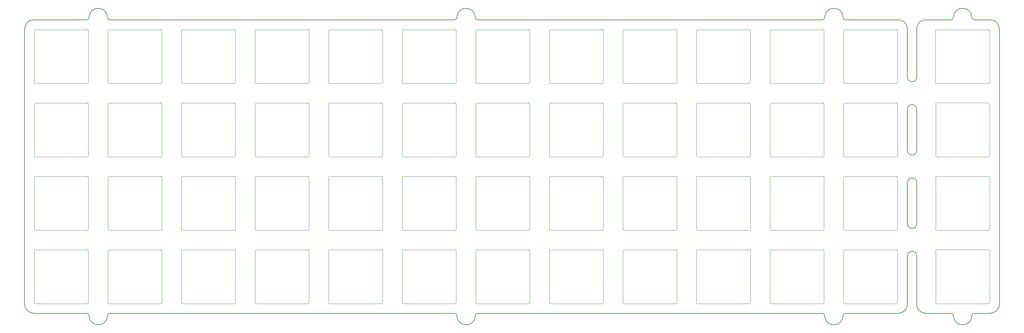
<source format=gbr>
G04 #@! TF.GenerationSoftware,KiCad,Pcbnew,(5.1.10-1-10_14)*
G04 #@! TF.CreationDate,2021-08-20T16:54:01-05:00*
G04 #@! TF.ProjectId,ori_top_plate,6f72695f-746f-4705-9f70-6c6174652e6b,rev?*
G04 #@! TF.SameCoordinates,Original*
G04 #@! TF.FileFunction,Profile,NP*
%FSLAX46Y46*%
G04 Gerber Fmt 4.6, Leading zero omitted, Abs format (unit mm)*
G04 Created by KiCad (PCBNEW (5.1.10-1-10_14)) date 2021-08-20 16:54:01*
%MOMM*%
%LPD*%
G01*
G04 APERTURE LIST*
G04 #@! TA.AperFunction,Profile*
%ADD10C,0.150000*%
G04 #@! TD*
G04 #@! TA.AperFunction,Profile*
%ADD11C,0.100000*%
G04 #@! TD*
G04 APERTURE END LIST*
D10*
X258392142Y-39873575D02*
G75*
G02*
X257796829Y-40468888I-595313J0D01*
G01*
X263749959Y-40468888D02*
G75*
G02*
X263154646Y-39873575I0J595313D01*
G01*
X353642222Y-39873575D02*
G75*
G02*
X353046909Y-40468888I-595313J0D01*
G01*
X359000039Y-40468888D02*
G75*
G02*
X358404726Y-39873575I0J595313D01*
G01*
X392337567Y-116668952D02*
X396505150Y-116669080D01*
X379836330Y-116669080D02*
X386384437Y-116668952D01*
X391742254Y-117264265D02*
G75*
G02*
X386979750Y-117264265I-2381252J0D01*
G01*
X391742254Y-117264265D02*
G75*
G02*
X392337567Y-116668952I595313J0D01*
G01*
X386384437Y-116668952D02*
G75*
G02*
X386979750Y-117264265I0J-595313D01*
G01*
X392337567Y-40468888D02*
X396505150Y-40468760D01*
X379836330Y-40468760D02*
X386384437Y-40468888D01*
X359000039Y-40468888D02*
X372692550Y-40468760D01*
X263749959Y-40468888D02*
X353046909Y-40468888D01*
X168499879Y-40468888D02*
X257796829Y-40468888D01*
X148854110Y-40468760D02*
X162546749Y-40468888D01*
X162546749Y-116668952D02*
X148854110Y-116669080D01*
X257796829Y-116668952D02*
X168499879Y-116668952D01*
X353046909Y-116668952D02*
X263749959Y-116668952D01*
X359000039Y-116668952D02*
X372692550Y-116669080D01*
X358404726Y-117264265D02*
G75*
G02*
X353642222Y-117264265I-2381252J0D01*
G01*
X358404726Y-117264265D02*
G75*
G02*
X359000039Y-116668952I595313J0D01*
G01*
X353046909Y-116668952D02*
G75*
G02*
X353642222Y-117264265I0J-595313D01*
G01*
X263154646Y-117264265D02*
G75*
G02*
X258392142Y-117264265I-2381252J0D01*
G01*
X263154646Y-117264265D02*
G75*
G02*
X263749959Y-116668952I595313J0D01*
G01*
X257796829Y-116668952D02*
G75*
G02*
X258392142Y-117264265I0J-595313D01*
G01*
X167904566Y-117264265D02*
G75*
G02*
X163142062Y-117264265I-2381252J0D01*
G01*
X167904566Y-117264265D02*
G75*
G02*
X168499879Y-116668952I595313J0D01*
G01*
X162546749Y-116668952D02*
G75*
G02*
X163142062Y-117264265I0J-595313D01*
G01*
X163142062Y-39873575D02*
G75*
G02*
X167904566Y-39873575I2381252J0D01*
G01*
X163142062Y-39873575D02*
G75*
G02*
X162546749Y-40468888I-595313J0D01*
G01*
X168499879Y-40468888D02*
G75*
G02*
X167904566Y-39873575I0J595313D01*
G01*
X258392142Y-39873575D02*
G75*
G02*
X263154646Y-39873575I2381252J0D01*
G01*
X353642222Y-39873575D02*
G75*
G02*
X358404726Y-39873575I2381252J0D01*
G01*
X386979750Y-39873575D02*
G75*
G02*
X386384437Y-40468888I-595313J0D01*
G01*
X392337567Y-40468888D02*
G75*
G02*
X391742254Y-39873575I0J595313D01*
G01*
X386979750Y-39873575D02*
G75*
G02*
X391742254Y-39873575I2381252J0D01*
G01*
X146472850Y-42850020D02*
X146472850Y-114287820D01*
X377455070Y-101786127D02*
X377455070Y-114287820D01*
X375073810Y-101786237D02*
X375073810Y-114287820D01*
X375073810Y-82736125D02*
X375073490Y-93451745D01*
X377455070Y-82736125D02*
X377455070Y-93451827D01*
X377455070Y-74401715D02*
X377454746Y-63686095D01*
X375073486Y-63686095D02*
X375073810Y-74401715D01*
X377455070Y-42850020D02*
X377455070Y-55351603D01*
X398886410Y-114287820D02*
X398886410Y-42850020D01*
X375073810Y-42850020D02*
X375073810Y-55351603D01*
X377455070Y-42850020D02*
G75*
G02*
X379836330Y-40468760I2381260J0D01*
G01*
X379836330Y-116669080D02*
G75*
G02*
X377455070Y-114287820I0J2381260D01*
G01*
X375073810Y-101786237D02*
G75*
G02*
X377455070Y-101786237I1190630J0D01*
G01*
X377455070Y-93451827D02*
G75*
G02*
X375073810Y-93451827I-1190630J0D01*
G01*
X375073810Y-82736125D02*
G75*
G02*
X377455070Y-82736125I1190630J0D01*
G01*
X377455070Y-74401715D02*
G75*
G02*
X375073810Y-74401715I-1190630J0D01*
G01*
X375073486Y-63686095D02*
G75*
G02*
X377454746Y-63686095I1190630J0D01*
G01*
X377455070Y-55351603D02*
G75*
G02*
X375073810Y-55351603I-1190630J0D01*
G01*
X396505150Y-40468760D02*
G75*
G02*
X398886410Y-42850020I0J-2381260D01*
G01*
X398886410Y-114287820D02*
G75*
G02*
X396505150Y-116669080I-2381260J0D01*
G01*
X372692550Y-40468760D02*
G75*
G02*
X375073810Y-42850020I0J-2381260D01*
G01*
X375073810Y-114287820D02*
G75*
G02*
X372692550Y-116669080I-2381260J0D01*
G01*
X148854110Y-116669080D02*
G75*
G02*
X146472850Y-114287820I0J2381260D01*
G01*
X146472850Y-42850020D02*
G75*
G02*
X148854110Y-40468760I2381260J0D01*
G01*
D11*
X396060818Y-114143896D02*
X382660818Y-114143896D01*
X396060818Y-100143896D02*
X382660818Y-100143896D01*
X382360818Y-113843896D02*
X382360818Y-100443896D01*
X396360818Y-113843896D02*
X396360818Y-100443896D01*
X382660818Y-114143896D02*
G75*
G02*
X382360818Y-113843896I0J300000D01*
G01*
X382360818Y-100443896D02*
G75*
G02*
X382660818Y-100143896I300000J0D01*
G01*
X396060818Y-100143896D02*
G75*
G02*
X396360818Y-100443896I0J-300000D01*
G01*
X396360818Y-113843896D02*
G75*
G02*
X396060818Y-114143896I-300000J0D01*
G01*
X396061002Y-95106620D02*
X382661002Y-95106620D01*
X396061002Y-81106620D02*
X382661002Y-81106620D01*
X382361002Y-94806620D02*
X382361002Y-81406620D01*
X396361002Y-94806620D02*
X396361002Y-81406620D01*
X382661002Y-95106620D02*
G75*
G02*
X382361002Y-94806620I0J300000D01*
G01*
X382361002Y-81406620D02*
G75*
G02*
X382661002Y-81106620I300000J0D01*
G01*
X396061002Y-81106620D02*
G75*
G02*
X396361002Y-81406620I0J-300000D01*
G01*
X396361002Y-94806620D02*
G75*
G02*
X396061002Y-95106620I-300000J0D01*
G01*
X396061370Y-76043880D02*
X382661370Y-76043880D01*
X396061370Y-62043880D02*
X382661370Y-62043880D01*
X382361370Y-75743880D02*
X382361370Y-62343880D01*
X396361370Y-75743880D02*
X396361370Y-62343880D01*
X382661370Y-76043880D02*
G75*
G02*
X382361370Y-75743880I0J300000D01*
G01*
X382361370Y-62343880D02*
G75*
G02*
X382661370Y-62043880I300000J0D01*
G01*
X396061370Y-62043880D02*
G75*
G02*
X396361370Y-62343880I0J-300000D01*
G01*
X396361370Y-75743880D02*
G75*
G02*
X396061370Y-76043880I-300000J0D01*
G01*
X396036010Y-57006460D02*
X382636010Y-57006460D01*
X396036010Y-43006460D02*
X382636010Y-43006460D01*
X382336010Y-56706460D02*
X382336010Y-43306460D01*
X396336010Y-56706460D02*
X396336010Y-43306460D01*
X382636010Y-57006460D02*
G75*
G02*
X382336010Y-56706460I0J300000D01*
G01*
X382336010Y-43306460D02*
G75*
G02*
X382636010Y-43006460I300000J0D01*
G01*
X396036010Y-43006460D02*
G75*
G02*
X396336010Y-43306460I0J-300000D01*
G01*
X396336010Y-56706460D02*
G75*
G02*
X396036010Y-57006460I-300000J0D01*
G01*
X372223410Y-114156700D02*
X358823410Y-114156700D01*
X372223410Y-100156700D02*
X358823410Y-100156700D01*
X358523410Y-113856700D02*
X358523410Y-100456700D01*
X372523410Y-113856700D02*
X372523410Y-100456700D01*
X358823410Y-114156700D02*
G75*
G02*
X358523410Y-113856700I0J300000D01*
G01*
X358523410Y-100456700D02*
G75*
G02*
X358823410Y-100156700I300000J0D01*
G01*
X372223410Y-100156700D02*
G75*
G02*
X372523410Y-100456700I0J-300000D01*
G01*
X372523410Y-113856700D02*
G75*
G02*
X372223410Y-114156700I-300000J0D01*
G01*
X353173330Y-114160000D02*
X339773330Y-114160000D01*
X353173330Y-100160000D02*
X339773330Y-100160000D01*
X339473330Y-113860000D02*
X339473330Y-100460000D01*
X353473330Y-113860000D02*
X353473330Y-100460000D01*
X339773330Y-114160000D02*
G75*
G02*
X339473330Y-113860000I0J300000D01*
G01*
X339473330Y-100460000D02*
G75*
G02*
X339773330Y-100160000I300000J0D01*
G01*
X353173330Y-100160000D02*
G75*
G02*
X353473330Y-100460000I0J-300000D01*
G01*
X353473330Y-113860000D02*
G75*
G02*
X353173330Y-114160000I-300000J0D01*
G01*
X334123250Y-114156700D02*
X320723250Y-114156700D01*
X334123250Y-100156700D02*
X320723250Y-100156700D01*
X320423250Y-113856700D02*
X320423250Y-100456700D01*
X334423250Y-113856700D02*
X334423250Y-100456700D01*
X320723250Y-114156700D02*
G75*
G02*
X320423250Y-113856700I0J300000D01*
G01*
X320423250Y-100456700D02*
G75*
G02*
X320723250Y-100156700I300000J0D01*
G01*
X334123250Y-100156700D02*
G75*
G02*
X334423250Y-100456700I0J-300000D01*
G01*
X334423250Y-113856700D02*
G75*
G02*
X334123250Y-114156700I-300000J0D01*
G01*
X315073170Y-114156700D02*
X301673170Y-114156700D01*
X315073170Y-100156700D02*
X301673170Y-100156700D01*
X301373170Y-113856700D02*
X301373170Y-100456700D01*
X315373170Y-113856700D02*
X315373170Y-100456700D01*
X301673170Y-114156700D02*
G75*
G02*
X301373170Y-113856700I0J300000D01*
G01*
X301373170Y-100456700D02*
G75*
G02*
X301673170Y-100156700I300000J0D01*
G01*
X315073170Y-100156700D02*
G75*
G02*
X315373170Y-100456700I0J-300000D01*
G01*
X315373170Y-113856700D02*
G75*
G02*
X315073170Y-114156700I-300000J0D01*
G01*
X296023090Y-114156700D02*
X282623090Y-114156700D01*
X296023090Y-100156700D02*
X282623090Y-100156700D01*
X282323090Y-113856700D02*
X282323090Y-100456700D01*
X296323090Y-113856700D02*
X296323090Y-100456700D01*
X282623090Y-114156700D02*
G75*
G02*
X282323090Y-113856700I0J300000D01*
G01*
X282323090Y-100456700D02*
G75*
G02*
X282623090Y-100156700I300000J0D01*
G01*
X296023090Y-100156700D02*
G75*
G02*
X296323090Y-100456700I0J-300000D01*
G01*
X296323090Y-113856700D02*
G75*
G02*
X296023090Y-114156700I-300000J0D01*
G01*
X276973010Y-114156700D02*
X263573010Y-114156700D01*
X276973010Y-100156700D02*
X263573010Y-100156700D01*
X263273010Y-113856700D02*
X263273010Y-100456700D01*
X277273010Y-113856700D02*
X277273010Y-100456700D01*
X263573010Y-114156700D02*
G75*
G02*
X263273010Y-113856700I0J300000D01*
G01*
X263273010Y-100456700D02*
G75*
G02*
X263573010Y-100156700I300000J0D01*
G01*
X276973010Y-100156700D02*
G75*
G02*
X277273010Y-100456700I0J-300000D01*
G01*
X277273010Y-113856700D02*
G75*
G02*
X276973010Y-114156700I-300000J0D01*
G01*
X257922930Y-114156700D02*
X244522930Y-114156700D01*
X257922930Y-100156700D02*
X244522930Y-100156700D01*
X244222930Y-113856700D02*
X244222930Y-100456700D01*
X258222930Y-113856700D02*
X258222930Y-100456700D01*
X244522930Y-114156700D02*
G75*
G02*
X244222930Y-113856700I0J300000D01*
G01*
X244222930Y-100456700D02*
G75*
G02*
X244522930Y-100156700I300000J0D01*
G01*
X257922930Y-100156700D02*
G75*
G02*
X258222930Y-100456700I0J-300000D01*
G01*
X258222930Y-113856700D02*
G75*
G02*
X257922930Y-114156700I-300000J0D01*
G01*
X238872850Y-114156700D02*
X225472850Y-114156700D01*
X238872850Y-100156700D02*
X225472850Y-100156700D01*
X225172850Y-113856700D02*
X225172850Y-100456700D01*
X239172850Y-113856700D02*
X239172850Y-100456700D01*
X225472850Y-114156700D02*
G75*
G02*
X225172850Y-113856700I0J300000D01*
G01*
X225172850Y-100456700D02*
G75*
G02*
X225472850Y-100156700I300000J0D01*
G01*
X238872850Y-100156700D02*
G75*
G02*
X239172850Y-100456700I0J-300000D01*
G01*
X239172850Y-113856700D02*
G75*
G02*
X238872850Y-114156700I-300000J0D01*
G01*
X219822770Y-114156700D02*
X206422770Y-114156700D01*
X219822770Y-100156700D02*
X206422770Y-100156700D01*
X206122770Y-113856700D02*
X206122770Y-100456700D01*
X220122770Y-113856700D02*
X220122770Y-100456700D01*
X206422770Y-114156700D02*
G75*
G02*
X206122770Y-113856700I0J300000D01*
G01*
X206122770Y-100456700D02*
G75*
G02*
X206422770Y-100156700I300000J0D01*
G01*
X219822770Y-100156700D02*
G75*
G02*
X220122770Y-100456700I0J-300000D01*
G01*
X220122770Y-113856700D02*
G75*
G02*
X219822770Y-114156700I-300000J0D01*
G01*
X200772690Y-114156700D02*
X187372690Y-114156700D01*
X200772690Y-100156700D02*
X187372690Y-100156700D01*
X187072690Y-113856700D02*
X187072690Y-100456700D01*
X201072690Y-113856700D02*
X201072690Y-100456700D01*
X187372690Y-114156700D02*
G75*
G02*
X187072690Y-113856700I0J300000D01*
G01*
X187072690Y-100456700D02*
G75*
G02*
X187372690Y-100156700I300000J0D01*
G01*
X200772690Y-100156700D02*
G75*
G02*
X201072690Y-100456700I0J-300000D01*
G01*
X201072690Y-113856700D02*
G75*
G02*
X200772690Y-114156700I-300000J0D01*
G01*
X181722610Y-114156700D02*
X168322610Y-114156700D01*
X181722610Y-100156700D02*
X168322610Y-100156700D01*
X168022610Y-113856700D02*
X168022610Y-100456700D01*
X182022610Y-113856700D02*
X182022610Y-100456700D01*
X168322610Y-114156700D02*
G75*
G02*
X168022610Y-113856700I0J300000D01*
G01*
X168022610Y-100456700D02*
G75*
G02*
X168322610Y-100156700I300000J0D01*
G01*
X181722610Y-100156700D02*
G75*
G02*
X182022610Y-100456700I0J-300000D01*
G01*
X182022610Y-113856700D02*
G75*
G02*
X181722610Y-114156700I-300000J0D01*
G01*
X162672530Y-114156700D02*
X149272530Y-114156700D01*
X162672530Y-100156700D02*
X149272530Y-100156700D01*
X148972530Y-113856700D02*
X148972530Y-100456700D01*
X162972530Y-113856700D02*
X162972530Y-100456700D01*
X149272530Y-114156700D02*
G75*
G02*
X148972530Y-113856700I0J300000D01*
G01*
X148972530Y-100456700D02*
G75*
G02*
X149272530Y-100156700I300000J0D01*
G01*
X162672530Y-100156700D02*
G75*
G02*
X162972530Y-100456700I0J-300000D01*
G01*
X162972530Y-113856700D02*
G75*
G02*
X162672530Y-114156700I-300000J0D01*
G01*
X372223410Y-95106620D02*
X358823410Y-95106620D01*
X372223410Y-81106620D02*
X358823410Y-81106620D01*
X358523410Y-94806620D02*
X358523410Y-81406620D01*
X372523410Y-94806620D02*
X372523410Y-81406620D01*
X358823410Y-95106620D02*
G75*
G02*
X358523410Y-94806620I0J300000D01*
G01*
X358523410Y-81406620D02*
G75*
G02*
X358823410Y-81106620I300000J0D01*
G01*
X372223410Y-81106620D02*
G75*
G02*
X372523410Y-81406620I0J-300000D01*
G01*
X372523410Y-94806620D02*
G75*
G02*
X372223410Y-95106620I-300000J0D01*
G01*
X353173330Y-95106620D02*
X339773330Y-95106620D01*
X353173330Y-81106620D02*
X339773330Y-81106620D01*
X339473330Y-94806620D02*
X339473330Y-81406620D01*
X353473330Y-94806620D02*
X353473330Y-81406620D01*
X339773330Y-95106620D02*
G75*
G02*
X339473330Y-94806620I0J300000D01*
G01*
X339473330Y-81406620D02*
G75*
G02*
X339773330Y-81106620I300000J0D01*
G01*
X353173330Y-81106620D02*
G75*
G02*
X353473330Y-81406620I0J-300000D01*
G01*
X353473330Y-94806620D02*
G75*
G02*
X353173330Y-95106620I-300000J0D01*
G01*
X334123250Y-95106620D02*
X320723250Y-95106620D01*
X334123250Y-81106620D02*
X320723250Y-81106620D01*
X320423250Y-94806620D02*
X320423250Y-81406620D01*
X334423250Y-94806620D02*
X334423250Y-81406620D01*
X320723250Y-95106620D02*
G75*
G02*
X320423250Y-94806620I0J300000D01*
G01*
X320423250Y-81406620D02*
G75*
G02*
X320723250Y-81106620I300000J0D01*
G01*
X334123250Y-81106620D02*
G75*
G02*
X334423250Y-81406620I0J-300000D01*
G01*
X334423250Y-94806620D02*
G75*
G02*
X334123250Y-95106620I-300000J0D01*
G01*
X315073170Y-95106620D02*
X301673170Y-95106620D01*
X315073170Y-81106620D02*
X301673170Y-81106620D01*
X301373170Y-94806620D02*
X301373170Y-81406620D01*
X315373170Y-94806620D02*
X315373170Y-81406620D01*
X301673170Y-95106620D02*
G75*
G02*
X301373170Y-94806620I0J300000D01*
G01*
X301373170Y-81406620D02*
G75*
G02*
X301673170Y-81106620I300000J0D01*
G01*
X315073170Y-81106620D02*
G75*
G02*
X315373170Y-81406620I0J-300000D01*
G01*
X315373170Y-94806620D02*
G75*
G02*
X315073170Y-95106620I-300000J0D01*
G01*
X296023090Y-95106620D02*
X282623090Y-95106620D01*
X296023090Y-81106620D02*
X282623090Y-81106620D01*
X282323090Y-94806620D02*
X282323090Y-81406620D01*
X296323090Y-94806620D02*
X296323090Y-81406620D01*
X282623090Y-95106620D02*
G75*
G02*
X282323090Y-94806620I0J300000D01*
G01*
X282323090Y-81406620D02*
G75*
G02*
X282623090Y-81106620I300000J0D01*
G01*
X296023090Y-81106620D02*
G75*
G02*
X296323090Y-81406620I0J-300000D01*
G01*
X296323090Y-94806620D02*
G75*
G02*
X296023090Y-95106620I-300000J0D01*
G01*
X276973010Y-95106620D02*
X263573010Y-95106620D01*
X276973010Y-81106620D02*
X263573010Y-81106620D01*
X263273010Y-94806620D02*
X263273010Y-81406620D01*
X277273010Y-94806620D02*
X277273010Y-81406620D01*
X263573010Y-95106620D02*
G75*
G02*
X263273010Y-94806620I0J300000D01*
G01*
X263273010Y-81406620D02*
G75*
G02*
X263573010Y-81106620I300000J0D01*
G01*
X276973010Y-81106620D02*
G75*
G02*
X277273010Y-81406620I0J-300000D01*
G01*
X277273010Y-94806620D02*
G75*
G02*
X276973010Y-95106620I-300000J0D01*
G01*
X257922930Y-95106620D02*
X244522930Y-95106620D01*
X257922930Y-81106620D02*
X244522930Y-81106620D01*
X244222930Y-94806620D02*
X244222930Y-81406620D01*
X258222930Y-94806620D02*
X258222930Y-81406620D01*
X244522930Y-95106620D02*
G75*
G02*
X244222930Y-94806620I0J300000D01*
G01*
X244222930Y-81406620D02*
G75*
G02*
X244522930Y-81106620I300000J0D01*
G01*
X257922930Y-81106620D02*
G75*
G02*
X258222930Y-81406620I0J-300000D01*
G01*
X258222930Y-94806620D02*
G75*
G02*
X257922930Y-95106620I-300000J0D01*
G01*
X238872850Y-95106620D02*
X225472850Y-95106620D01*
X238872850Y-81106620D02*
X225472850Y-81106620D01*
X225172850Y-94806620D02*
X225172850Y-81406620D01*
X239172850Y-94806620D02*
X239172850Y-81406620D01*
X225472850Y-95106620D02*
G75*
G02*
X225172850Y-94806620I0J300000D01*
G01*
X225172850Y-81406620D02*
G75*
G02*
X225472850Y-81106620I300000J0D01*
G01*
X238872850Y-81106620D02*
G75*
G02*
X239172850Y-81406620I0J-300000D01*
G01*
X239172850Y-94806620D02*
G75*
G02*
X238872850Y-95106620I-300000J0D01*
G01*
X219822770Y-95106620D02*
X206422770Y-95106620D01*
X219822770Y-81106620D02*
X206422770Y-81106620D01*
X206122770Y-94806620D02*
X206122770Y-81406620D01*
X220122770Y-94806620D02*
X220122770Y-81406620D01*
X206422770Y-95106620D02*
G75*
G02*
X206122770Y-94806620I0J300000D01*
G01*
X206122770Y-81406620D02*
G75*
G02*
X206422770Y-81106620I300000J0D01*
G01*
X219822770Y-81106620D02*
G75*
G02*
X220122770Y-81406620I0J-300000D01*
G01*
X220122770Y-94806620D02*
G75*
G02*
X219822770Y-95106620I-300000J0D01*
G01*
X200772690Y-95106620D02*
X187372690Y-95106620D01*
X200772690Y-81106620D02*
X187372690Y-81106620D01*
X187072690Y-94806620D02*
X187072690Y-81406620D01*
X201072690Y-94806620D02*
X201072690Y-81406620D01*
X187372690Y-95106620D02*
G75*
G02*
X187072690Y-94806620I0J300000D01*
G01*
X187072690Y-81406620D02*
G75*
G02*
X187372690Y-81106620I300000J0D01*
G01*
X200772690Y-81106620D02*
G75*
G02*
X201072690Y-81406620I0J-300000D01*
G01*
X201072690Y-94806620D02*
G75*
G02*
X200772690Y-95106620I-300000J0D01*
G01*
X181722610Y-95106620D02*
X168322610Y-95106620D01*
X181722610Y-81106620D02*
X168322610Y-81106620D01*
X168022610Y-94806620D02*
X168022610Y-81406620D01*
X182022610Y-94806620D02*
X182022610Y-81406620D01*
X168322610Y-95106620D02*
G75*
G02*
X168022610Y-94806620I0J300000D01*
G01*
X168022610Y-81406620D02*
G75*
G02*
X168322610Y-81106620I300000J0D01*
G01*
X181722610Y-81106620D02*
G75*
G02*
X182022610Y-81406620I0J-300000D01*
G01*
X182022610Y-94806620D02*
G75*
G02*
X181722610Y-95106620I-300000J0D01*
G01*
X162672530Y-95106620D02*
X149272530Y-95106620D01*
X162672530Y-81106620D02*
X149272530Y-81106620D01*
X148972530Y-94806620D02*
X148972530Y-81406620D01*
X162972530Y-94806620D02*
X162972530Y-81406620D01*
X149272530Y-95106620D02*
G75*
G02*
X148972530Y-94806620I0J300000D01*
G01*
X148972530Y-81406620D02*
G75*
G02*
X149272530Y-81106620I300000J0D01*
G01*
X162672530Y-81106620D02*
G75*
G02*
X162972530Y-81406620I0J-300000D01*
G01*
X162972530Y-94806620D02*
G75*
G02*
X162672530Y-95106620I-300000J0D01*
G01*
X372223410Y-76056540D02*
X358823410Y-76056540D01*
X372223410Y-62056540D02*
X358823410Y-62056540D01*
X358523410Y-75756540D02*
X358523410Y-62356540D01*
X372523410Y-75756540D02*
X372523410Y-62356540D01*
X358823410Y-76056540D02*
G75*
G02*
X358523410Y-75756540I0J300000D01*
G01*
X358523410Y-62356540D02*
G75*
G02*
X358823410Y-62056540I300000J0D01*
G01*
X372223410Y-62056540D02*
G75*
G02*
X372523410Y-62356540I0J-300000D01*
G01*
X372523410Y-75756540D02*
G75*
G02*
X372223410Y-76056540I-300000J0D01*
G01*
X353173330Y-76056540D02*
X339773330Y-76056540D01*
X353173330Y-62056540D02*
X339773330Y-62056540D01*
X339473330Y-75756540D02*
X339473330Y-62356540D01*
X353473330Y-75756540D02*
X353473330Y-62356540D01*
X339773330Y-76056540D02*
G75*
G02*
X339473330Y-75756540I0J300000D01*
G01*
X339473330Y-62356540D02*
G75*
G02*
X339773330Y-62056540I300000J0D01*
G01*
X353173330Y-62056540D02*
G75*
G02*
X353473330Y-62356540I0J-300000D01*
G01*
X353473330Y-75756540D02*
G75*
G02*
X353173330Y-76056540I-300000J0D01*
G01*
X334123250Y-76056540D02*
X320723250Y-76056540D01*
X334123250Y-62056540D02*
X320723250Y-62056540D01*
X320423250Y-75756540D02*
X320423250Y-62356540D01*
X334423250Y-75756540D02*
X334423250Y-62356540D01*
X320723250Y-76056540D02*
G75*
G02*
X320423250Y-75756540I0J300000D01*
G01*
X320423250Y-62356540D02*
G75*
G02*
X320723250Y-62056540I300000J0D01*
G01*
X334123250Y-62056540D02*
G75*
G02*
X334423250Y-62356540I0J-300000D01*
G01*
X334423250Y-75756540D02*
G75*
G02*
X334123250Y-76056540I-300000J0D01*
G01*
X315073170Y-76056540D02*
X301673170Y-76056540D01*
X315073170Y-62056540D02*
X301673170Y-62056540D01*
X301373170Y-75756540D02*
X301373170Y-62356540D01*
X315373170Y-75756540D02*
X315373170Y-62356540D01*
X301673170Y-76056540D02*
G75*
G02*
X301373170Y-75756540I0J300000D01*
G01*
X301373170Y-62356540D02*
G75*
G02*
X301673170Y-62056540I300000J0D01*
G01*
X315073170Y-62056540D02*
G75*
G02*
X315373170Y-62356540I0J-300000D01*
G01*
X315373170Y-75756540D02*
G75*
G02*
X315073170Y-76056540I-300000J0D01*
G01*
X296023090Y-76056540D02*
X282623090Y-76056540D01*
X296023090Y-62056540D02*
X282623090Y-62056540D01*
X282323090Y-75756540D02*
X282323090Y-62356540D01*
X296323090Y-75756540D02*
X296323090Y-62356540D01*
X282623090Y-76056540D02*
G75*
G02*
X282323090Y-75756540I0J300000D01*
G01*
X282323090Y-62356540D02*
G75*
G02*
X282623090Y-62056540I300000J0D01*
G01*
X296023090Y-62056540D02*
G75*
G02*
X296323090Y-62356540I0J-300000D01*
G01*
X296323090Y-75756540D02*
G75*
G02*
X296023090Y-76056540I-300000J0D01*
G01*
X276973010Y-76056540D02*
X263573010Y-76056540D01*
X276973010Y-62056540D02*
X263573010Y-62056540D01*
X263273010Y-75756540D02*
X263273010Y-62356540D01*
X277273010Y-75756540D02*
X277273010Y-62356540D01*
X263573010Y-76056540D02*
G75*
G02*
X263273010Y-75756540I0J300000D01*
G01*
X263273010Y-62356540D02*
G75*
G02*
X263573010Y-62056540I300000J0D01*
G01*
X276973010Y-62056540D02*
G75*
G02*
X277273010Y-62356540I0J-300000D01*
G01*
X277273010Y-75756540D02*
G75*
G02*
X276973010Y-76056540I-300000J0D01*
G01*
X257922930Y-76056540D02*
X244522930Y-76056540D01*
X257922930Y-62056540D02*
X244522930Y-62056540D01*
X244222930Y-75756540D02*
X244222930Y-62356540D01*
X258222930Y-75756540D02*
X258222930Y-62356540D01*
X244522930Y-76056540D02*
G75*
G02*
X244222930Y-75756540I0J300000D01*
G01*
X244222930Y-62356540D02*
G75*
G02*
X244522930Y-62056540I300000J0D01*
G01*
X257922930Y-62056540D02*
G75*
G02*
X258222930Y-62356540I0J-300000D01*
G01*
X258222930Y-75756540D02*
G75*
G02*
X257922930Y-76056540I-300000J0D01*
G01*
X238872850Y-76056540D02*
X225472850Y-76056540D01*
X238872850Y-62056540D02*
X225472850Y-62056540D01*
X225172850Y-75756540D02*
X225172850Y-62356540D01*
X239172850Y-75756540D02*
X239172850Y-62356540D01*
X225472850Y-76056540D02*
G75*
G02*
X225172850Y-75756540I0J300000D01*
G01*
X225172850Y-62356540D02*
G75*
G02*
X225472850Y-62056540I300000J0D01*
G01*
X238872850Y-62056540D02*
G75*
G02*
X239172850Y-62356540I0J-300000D01*
G01*
X239172850Y-75756540D02*
G75*
G02*
X238872850Y-76056540I-300000J0D01*
G01*
X219822770Y-76056540D02*
X206422770Y-76056540D01*
X219822770Y-62056540D02*
X206422770Y-62056540D01*
X206122770Y-75756540D02*
X206122770Y-62356540D01*
X220122770Y-75756540D02*
X220122770Y-62356540D01*
X206422770Y-76056540D02*
G75*
G02*
X206122770Y-75756540I0J300000D01*
G01*
X206122770Y-62356540D02*
G75*
G02*
X206422770Y-62056540I300000J0D01*
G01*
X219822770Y-62056540D02*
G75*
G02*
X220122770Y-62356540I0J-300000D01*
G01*
X220122770Y-75756540D02*
G75*
G02*
X219822770Y-76056540I-300000J0D01*
G01*
X200772690Y-76056540D02*
X187372690Y-76056540D01*
X200772690Y-62056540D02*
X187372690Y-62056540D01*
X187072690Y-75756540D02*
X187072690Y-62356540D01*
X201072690Y-75756540D02*
X201072690Y-62356540D01*
X187372690Y-76056540D02*
G75*
G02*
X187072690Y-75756540I0J300000D01*
G01*
X187072690Y-62356540D02*
G75*
G02*
X187372690Y-62056540I300000J0D01*
G01*
X200772690Y-62056540D02*
G75*
G02*
X201072690Y-62356540I0J-300000D01*
G01*
X201072690Y-75756540D02*
G75*
G02*
X200772690Y-76056540I-300000J0D01*
G01*
X181722610Y-76056540D02*
X168322610Y-76056540D01*
X181722610Y-62056540D02*
X168322610Y-62056540D01*
X168022610Y-75756540D02*
X168022610Y-62356540D01*
X182022610Y-75756540D02*
X182022610Y-62356540D01*
X168322610Y-76056540D02*
G75*
G02*
X168022610Y-75756540I0J300000D01*
G01*
X168022610Y-62356540D02*
G75*
G02*
X168322610Y-62056540I300000J0D01*
G01*
X181722610Y-62056540D02*
G75*
G02*
X182022610Y-62356540I0J-300000D01*
G01*
X182022610Y-75756540D02*
G75*
G02*
X181722610Y-76056540I-300000J0D01*
G01*
X162672530Y-76056540D02*
X149272530Y-76056540D01*
X162672530Y-62056540D02*
X149272530Y-62056540D01*
X148972530Y-75756540D02*
X148972530Y-62356540D01*
X162972530Y-75756540D02*
X162972530Y-62356540D01*
X149272530Y-76056540D02*
G75*
G02*
X148972530Y-75756540I0J300000D01*
G01*
X148972530Y-62356540D02*
G75*
G02*
X149272530Y-62056540I300000J0D01*
G01*
X162672530Y-62056540D02*
G75*
G02*
X162972530Y-62356540I0J-300000D01*
G01*
X162972530Y-75756540D02*
G75*
G02*
X162672530Y-76056540I-300000J0D01*
G01*
X372223410Y-57006460D02*
X358823410Y-57006460D01*
X372223410Y-43006460D02*
X358823410Y-43006460D01*
X358523410Y-56706460D02*
X358523410Y-43306460D01*
X372523410Y-56706460D02*
X372523410Y-43306460D01*
X358823410Y-57006460D02*
G75*
G02*
X358523410Y-56706460I0J300000D01*
G01*
X358523410Y-43306460D02*
G75*
G02*
X358823410Y-43006460I300000J0D01*
G01*
X372223410Y-43006460D02*
G75*
G02*
X372523410Y-43306460I0J-300000D01*
G01*
X372523410Y-56706460D02*
G75*
G02*
X372223410Y-57006460I-300000J0D01*
G01*
X353173330Y-57006460D02*
X339773330Y-57006460D01*
X353173330Y-43006460D02*
X339773330Y-43006460D01*
X339473330Y-56706460D02*
X339473330Y-43306460D01*
X353473330Y-56706460D02*
X353473330Y-43306460D01*
X339773330Y-57006460D02*
G75*
G02*
X339473330Y-56706460I0J300000D01*
G01*
X339473330Y-43306460D02*
G75*
G02*
X339773330Y-43006460I300000J0D01*
G01*
X353173330Y-43006460D02*
G75*
G02*
X353473330Y-43306460I0J-300000D01*
G01*
X353473330Y-56706460D02*
G75*
G02*
X353173330Y-57006460I-300000J0D01*
G01*
X334123250Y-57006460D02*
X320723250Y-57006460D01*
X334123250Y-43006460D02*
X320723250Y-43006460D01*
X320423250Y-56706460D02*
X320423250Y-43306460D01*
X334423250Y-56706460D02*
X334423250Y-43306460D01*
X320723250Y-57006460D02*
G75*
G02*
X320423250Y-56706460I0J300000D01*
G01*
X320423250Y-43306460D02*
G75*
G02*
X320723250Y-43006460I300000J0D01*
G01*
X334123250Y-43006460D02*
G75*
G02*
X334423250Y-43306460I0J-300000D01*
G01*
X334423250Y-56706460D02*
G75*
G02*
X334123250Y-57006460I-300000J0D01*
G01*
X315073170Y-57006460D02*
X301673170Y-57006460D01*
X315073170Y-43006460D02*
X301673170Y-43006460D01*
X301373170Y-56706460D02*
X301373170Y-43306460D01*
X315373170Y-56706460D02*
X315373170Y-43306460D01*
X301673170Y-57006460D02*
G75*
G02*
X301373170Y-56706460I0J300000D01*
G01*
X301373170Y-43306460D02*
G75*
G02*
X301673170Y-43006460I300000J0D01*
G01*
X315073170Y-43006460D02*
G75*
G02*
X315373170Y-43306460I0J-300000D01*
G01*
X315373170Y-56706460D02*
G75*
G02*
X315073170Y-57006460I-300000J0D01*
G01*
X296023090Y-57006460D02*
X282623090Y-57006460D01*
X296023090Y-43006460D02*
X282623090Y-43006460D01*
X282323090Y-56706460D02*
X282323090Y-43306460D01*
X296323090Y-56706460D02*
X296323090Y-43306460D01*
X282623090Y-57006460D02*
G75*
G02*
X282323090Y-56706460I0J300000D01*
G01*
X282323090Y-43306460D02*
G75*
G02*
X282623090Y-43006460I300000J0D01*
G01*
X296023090Y-43006460D02*
G75*
G02*
X296323090Y-43306460I0J-300000D01*
G01*
X296323090Y-56706460D02*
G75*
G02*
X296023090Y-57006460I-300000J0D01*
G01*
X276973010Y-57006460D02*
X263573010Y-57006460D01*
X276973010Y-43006460D02*
X263573010Y-43006460D01*
X263273010Y-56706460D02*
X263273010Y-43306460D01*
X277273010Y-56706460D02*
X277273010Y-43306460D01*
X263573010Y-57006460D02*
G75*
G02*
X263273010Y-56706460I0J300000D01*
G01*
X263273010Y-43306460D02*
G75*
G02*
X263573010Y-43006460I300000J0D01*
G01*
X276973010Y-43006460D02*
G75*
G02*
X277273010Y-43306460I0J-300000D01*
G01*
X277273010Y-56706460D02*
G75*
G02*
X276973010Y-57006460I-300000J0D01*
G01*
X257922930Y-57006460D02*
X244522930Y-57006460D01*
X257922930Y-43006460D02*
X244522930Y-43006460D01*
X244222930Y-56706460D02*
X244222930Y-43306460D01*
X258222930Y-56706460D02*
X258222930Y-43306460D01*
X244522930Y-57006460D02*
G75*
G02*
X244222930Y-56706460I0J300000D01*
G01*
X244222930Y-43306460D02*
G75*
G02*
X244522930Y-43006460I300000J0D01*
G01*
X257922930Y-43006460D02*
G75*
G02*
X258222930Y-43306460I0J-300000D01*
G01*
X258222930Y-56706460D02*
G75*
G02*
X257922930Y-57006460I-300000J0D01*
G01*
X238872850Y-57006460D02*
X225472850Y-57006460D01*
X238872850Y-43006460D02*
X225472850Y-43006460D01*
X225172850Y-56706460D02*
X225172850Y-43306460D01*
X239172850Y-56706460D02*
X239172850Y-43306460D01*
X225472850Y-57006460D02*
G75*
G02*
X225172850Y-56706460I0J300000D01*
G01*
X225172850Y-43306460D02*
G75*
G02*
X225472850Y-43006460I300000J0D01*
G01*
X238872850Y-43006460D02*
G75*
G02*
X239172850Y-43306460I0J-300000D01*
G01*
X239172850Y-56706460D02*
G75*
G02*
X238872850Y-57006460I-300000J0D01*
G01*
X219822770Y-57006460D02*
X206422770Y-57006460D01*
X219822770Y-43006460D02*
X206422770Y-43006460D01*
X206122770Y-56706460D02*
X206122770Y-43306460D01*
X220122770Y-56706460D02*
X220122770Y-43306460D01*
X206422770Y-57006460D02*
G75*
G02*
X206122770Y-56706460I0J300000D01*
G01*
X206122770Y-43306460D02*
G75*
G02*
X206422770Y-43006460I300000J0D01*
G01*
X219822770Y-43006460D02*
G75*
G02*
X220122770Y-43306460I0J-300000D01*
G01*
X220122770Y-56706460D02*
G75*
G02*
X219822770Y-57006460I-300000J0D01*
G01*
X200772690Y-57006460D02*
X187372690Y-57006460D01*
X200772690Y-43006460D02*
X187372690Y-43006460D01*
X187072690Y-56706460D02*
X187072690Y-43306460D01*
X201072690Y-56706460D02*
X201072690Y-43306460D01*
X187372690Y-57006460D02*
G75*
G02*
X187072690Y-56706460I0J300000D01*
G01*
X187072690Y-43306460D02*
G75*
G02*
X187372690Y-43006460I300000J0D01*
G01*
X200772690Y-43006460D02*
G75*
G02*
X201072690Y-43306460I0J-300000D01*
G01*
X201072690Y-56706460D02*
G75*
G02*
X200772690Y-57006460I-300000J0D01*
G01*
X181722610Y-57006460D02*
X168322610Y-57006460D01*
X181722610Y-43006460D02*
X168322610Y-43006460D01*
X168022610Y-56706460D02*
X168022610Y-43306460D01*
X182022610Y-56706460D02*
X182022610Y-43306460D01*
X168322610Y-57006460D02*
G75*
G02*
X168022610Y-56706460I0J300000D01*
G01*
X168022610Y-43306460D02*
G75*
G02*
X168322610Y-43006460I300000J0D01*
G01*
X181722610Y-43006460D02*
G75*
G02*
X182022610Y-43306460I0J-300000D01*
G01*
X182022610Y-56706460D02*
G75*
G02*
X181722610Y-57006460I-300000J0D01*
G01*
X162672530Y-57006460D02*
X149272530Y-57006460D01*
X162672530Y-43006460D02*
X149272530Y-43006460D01*
X148972530Y-56706460D02*
X148972530Y-43306460D01*
X162972530Y-56706460D02*
X162972530Y-43306460D01*
X149272530Y-57006460D02*
G75*
G02*
X148972530Y-56706460I0J300000D01*
G01*
X148972530Y-43306460D02*
G75*
G02*
X149272530Y-43006460I300000J0D01*
G01*
X162672530Y-43006460D02*
G75*
G02*
X162972530Y-43306460I0J-300000D01*
G01*
X162972530Y-56706460D02*
G75*
G02*
X162672530Y-57006460I-300000J0D01*
G01*
M02*

</source>
